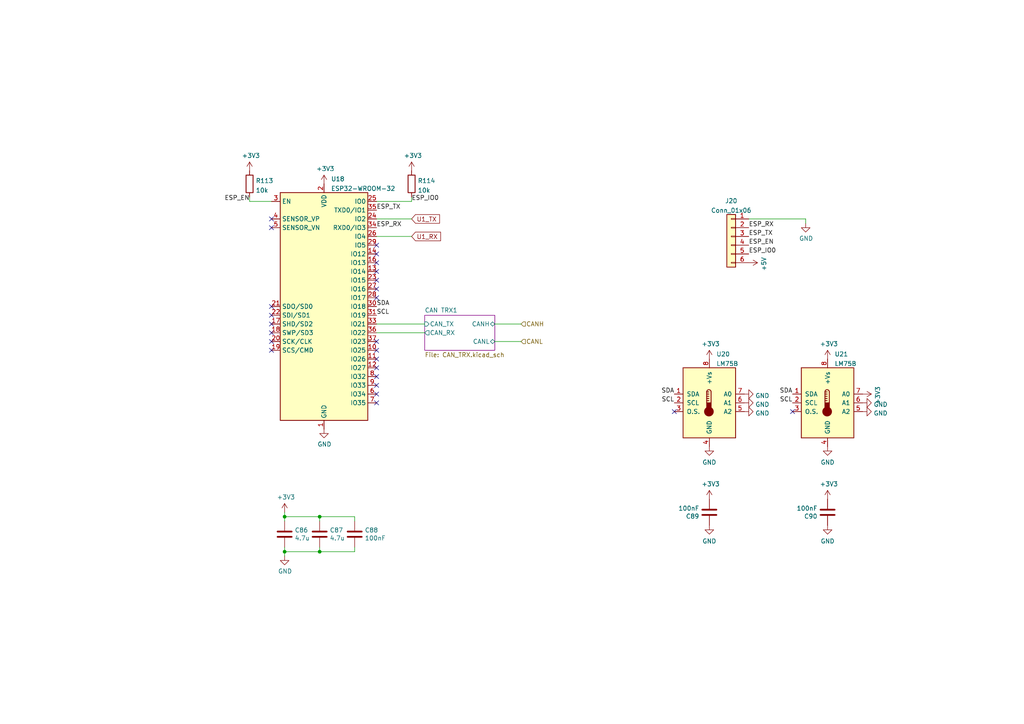
<source format=kicad_sch>
(kicad_sch (version 20211123) (generator eeschema)
  (paper "A4")
  (lib_symbols
    (symbol "Connector_Generic:Conn_01x06" (pin_names (offset 1.016) hide)
      (property "Reference" "J" (at 0 7.62 0))
      (property "Value" "Conn_01x06" (at 0 -10.16 0))
      (symbol "Conn_01x06_1_1"
        (rectangle (start -1.27 -7.493) (end 0 -7.747) (stroke (width 0.1524)))
        (rectangle (start -1.27 -4.953) (end 0 -5.207) (stroke (width 0.1524)))
        (rectangle (start -1.27 -2.413) (end 0 -2.667) (stroke (width 0.1524)))
        (rectangle (start -1.27 0.127) (end 0 -0.127) (stroke (width 0.1524)))
        (rectangle (start -1.27 2.667) (end 0 2.413) (stroke (width 0.1524)))
        (rectangle (start -1.27 5.207) (end 0 4.953) (stroke (width 0.1524)))
        (rectangle (start -1.27 6.35) (end 1.27 -8.89) (stroke (width 0.254)) (fill (type background)))
        (pin passive line (at -5.08 5.08 0) (length 3.81) (name "Pin_1") (number "1"))
        (pin passive line (at -5.08 2.54 0) (length 3.81) (name "Pin_2") (number "2"))
        (pin passive line (at -5.08 0 0) (length 3.81) (name "Pin_3") (number "3"))
        (pin passive line (at -5.08 -2.54 0) (length 3.81) (name "Pin_4") (number "4"))
        (pin passive line (at -5.08 -5.08 0) (length 3.81) (name "Pin_5") (number "5"))
        (pin passive line (at -5.08 -7.62 0) (length 3.81) (name "Pin_6") (number "6"))
      )
    )
    (symbol "Device:C" (pin_numbers hide) (pin_names (offset 0.254))
      (property "Reference" "C" (at 0.635 2.54 0))
      (property "Value" "C" (at 0.635 -2.54 0))
      (symbol "C_0_1"
        (polyline (pts (xy -2.032 -0.762) (xy 2.032 -0.762)) (stroke (width 0.508)))
        (polyline (pts (xy -2.032 0.762) (xy 2.032 0.762)) (stroke (width 0.508)))
      )
      (symbol "C_1_1"
        (pin passive line (at 0 3.81 270) (length 2.794) (name "~") (number "1"))
        (pin passive line (at 0 -3.81 90) (length 2.794) (name "~") (number "2"))
      )
    )
    (symbol "Device:R" (pin_numbers hide) (pin_names (offset 0))
      (property "Reference" "R" (at 2.032 0 90))
      (property "Value" "R" (at 0 0 90))
      (symbol "R_0_1"
        (rectangle (start -1.016 -2.54) (end 1.016 2.54) (stroke (width 0.254)))
      )
      (symbol "R_1_1"
        (pin passive line (at 0 3.81 270) (length 1.27) (name "~") (number "1"))
        (pin passive line (at 0 -3.81 90) (length 1.27) (name "~") (number "2"))
      )
    )
    (symbol "RF_Module:ESP32-WROOM-32"
      (property "Reference" "U" (at -12.7 34.29 0))
      (property "Value" "ESP32-WROOM-32" (at 1.27 34.29 0))
      (symbol "ESP32-WROOM-32_0_1"
        (rectangle (start -12.7 33.02) (end 12.7 -33.02) (stroke (width 0.254)) (fill (type background)))
      )
      (symbol "ESP32-WROOM-32_1_1"
        (pin power_in line (at 0 -35.56 90) (length 2.54) (name "GND") (number "1"))
        (pin bidirectional line (at 15.24 -12.7 180) (length 2.54) (name "IO25") (number "10"))
        (pin bidirectional line (at 15.24 -15.24 180) (length 2.54) (name "IO26") (number "11"))
        (pin bidirectional line (at 15.24 -17.78 180) (length 2.54) (name "IO27") (number "12"))
        (pin bidirectional line (at 15.24 10.16 180) (length 2.54) (name "IO14") (number "13"))
        (pin bidirectional line (at 15.24 15.24 180) (length 2.54) (name "IO12") (number "14"))
        (pin passive line (at 0 -35.56 90) (length 2.54) hide (name "GND") (number "15"))
        (pin bidirectional line (at 15.24 12.7 180) (length 2.54) (name "IO13") (number "16"))
        (pin bidirectional line (at -15.24 -5.08 0) (length 2.54) (name "SHD/SD2") (number "17"))
        (pin bidirectional line (at -15.24 -7.62 0) (length 2.54) (name "SWP/SD3") (number "18"))
        (pin bidirectional line (at -15.24 -12.7 0) (length 2.54) (name "SCS/CMD") (number "19"))
        (pin power_in line (at 0 35.56 270) (length 2.54) (name "VDD") (number "2"))
        (pin bidirectional line (at -15.24 -10.16 0) (length 2.54) (name "SCK/CLK") (number "20"))
        (pin bidirectional line (at -15.24 0 0) (length 2.54) (name "SDO/SD0") (number "21"))
        (pin bidirectional line (at -15.24 -2.54 0) (length 2.54) (name "SDI/SD1") (number "22"))
        (pin bidirectional line (at 15.24 7.62 180) (length 2.54) (name "IO15") (number "23"))
        (pin bidirectional line (at 15.24 25.4 180) (length 2.54) (name "IO2") (number "24"))
        (pin bidirectional line (at 15.24 30.48 180) (length 2.54) (name "IO0") (number "25"))
        (pin bidirectional line (at 15.24 20.32 180) (length 2.54) (name "IO4") (number "26"))
        (pin bidirectional line (at 15.24 5.08 180) (length 2.54) (name "IO16") (number "27"))
        (pin bidirectional line (at 15.24 2.54 180) (length 2.54) (name "IO17") (number "28"))
        (pin bidirectional line (at 15.24 17.78 180) (length 2.54) (name "IO5") (number "29"))
        (pin input line (at -15.24 30.48 0) (length 2.54) (name "EN") (number "3"))
        (pin bidirectional line (at 15.24 0 180) (length 2.54) (name "IO18") (number "30"))
        (pin bidirectional line (at 15.24 -2.54 180) (length 2.54) (name "IO19") (number "31"))
        (pin no_connect line (at -12.7 -27.94 0) (length 2.54) hide (name "NC") (number "32"))
        (pin bidirectional line (at 15.24 -5.08 180) (length 2.54) (name "IO21") (number "33"))
        (pin bidirectional line (at 15.24 22.86 180) (length 2.54) (name "RXD0/IO3") (number "34"))
        (pin bidirectional line (at 15.24 27.94 180) (length 2.54) (name "TXD0/IO1") (number "35"))
        (pin bidirectional line (at 15.24 -7.62 180) (length 2.54) (name "IO22") (number "36"))
        (pin bidirectional line (at 15.24 -10.16 180) (length 2.54) (name "IO23") (number "37"))
        (pin passive line (at 0 -35.56 90) (length 2.54) hide (name "GND") (number "38"))
        (pin passive line (at 0 -35.56 90) (length 2.54) hide (name "GND") (number "39"))
        (pin input line (at -15.24 25.4 0) (length 2.54) (name "SENSOR_VP") (number "4"))
        (pin input line (at -15.24 22.86 0) (length 2.54) (name "SENSOR_VN") (number "5"))
        (pin input line (at 15.24 -25.4 180) (length 2.54) (name "IO34") (number "6"))
        (pin input line (at 15.24 -27.94 180) (length 2.54) (name "IO35") (number "7"))
        (pin bidirectional line (at 15.24 -20.32 180) (length 2.54) (name "IO32") (number "8"))
        (pin bidirectional line (at 15.24 -22.86 180) (length 2.54) (name "IO33") (number "9"))
      )
    )
    (symbol "Sensor_Temperature:LM75B" (pin_names (offset 1.016))
      (property "Reference" "U" (at -6.35 11.43 0))
      (property "Value" "LM75B" (at 0 11.43 0))
      (symbol "LM75B_0_1"
        (rectangle (start -7.62 10.16) (end 7.62 -10.16) (stroke (width 0.254)) (fill (type background)))
        (circle (center -0.127 -2.54) (radius 1.27) (stroke (width 0.254)) (fill (type outline)))
        (polyline (pts (xy -0.762 0.635) (xy -0.127 0.635)) (stroke (width 0.254)))
        (polyline (pts (xy -0.762 1.27) (xy -0.127 1.27)) (stroke (width 0.254)))
        (polyline (pts (xy -0.762 1.905) (xy -0.127 1.905)) (stroke (width 0.254)))
        (polyline (pts (xy -0.762 2.54) (xy -0.127 2.54)) (stroke (width 0.254)))
        (polyline (pts (xy -0.762 3.175) (xy -0.762 0)) (stroke (width 0.254)))
        (polyline (pts (xy -0.762 3.175) (xy -0.127 3.175)) (stroke (width 0.254)))
        (polyline (pts (xy 0.508 3.175) (xy 0.508 0)) (stroke (width 0.254)))
        (rectangle (start 0.508 -1.905) (end -0.762 0) (stroke (width 0.254)) (fill (type outline)))
        (arc (start 0.508 3.175) (mid -0.127 3.81) (end -0.762 3.175) (stroke (width 0.254)))
      )
      (symbol "LM75B_1_1"
        (pin bidirectional line (at -10.16 2.54 0) (length 2.54) (name "SDA") (number "1"))
        (pin input line (at -10.16 0 0) (length 2.54) (name "SCL") (number "2"))
        (pin open_collector line (at -10.16 -2.54 0) (length 2.54) (name "O.S.") (number "3"))
        (pin power_in line (at 0 -12.7 90) (length 2.54) (name "GND") (number "4"))
        (pin input line (at 10.16 -2.54 180) (length 2.54) (name "A2") (number "5"))
        (pin input line (at 10.16 0 180) (length 2.54) (name "A1") (number "6"))
        (pin input line (at 10.16 2.54 180) (length 2.54) (name "A0") (number "7"))
        (pin power_in line (at 0 12.7 270) (length 2.54) (name "+Vs") (number "8"))
      )
    )
    (symbol "power:+3.3V" (power) (pin_names (offset 0))
      (property "Value" "+3.3V" (at 0 3.556 0))
      (symbol "+3.3V_0_1"
        (polyline (pts (xy -0.762 1.27) (xy 0 2.54)))
        (polyline (pts (xy 0 0) (xy 0 2.54)))
        (polyline (pts (xy 0 2.54) (xy 0.762 1.27)))
      )
      (symbol "+3.3V_1_1"
        (pin power_in line (at 0 0 90) (length 0) hide (name "+3V3") (number "1"))
      )
    )
    (symbol "power:+5V" (power) (pin_names (offset 0))
      (property "Value" "+5V" (at 0 3.556 0))
      (symbol "+5V_0_1"
        (polyline (pts (xy -0.762 1.27) (xy 0 2.54)))
        (polyline (pts (xy 0 0) (xy 0 2.54)))
        (polyline (pts (xy 0 2.54) (xy 0.762 1.27)))
      )
      (symbol "+5V_1_1"
        (pin power_in line (at 0 0 90) (length 0) hide (name "+5V") (number "1"))
      )
    )
    (symbol "power:GND" (power) (pin_names (offset 0))
      (property "Value" "GND" (at 0 -3.81 0))
      (symbol "GND_0_1"
        (polyline (pts (xy 0 0) (xy 0 -1.27) (xy 1.27 -1.27) (xy 0 -2.54) (xy -1.27 -1.27) (xy 0 -1.27)))
      )
      (symbol "GND_1_1"
        (pin power_in line (at 0 0 270) (length 0) hide (name "GND") (number "1"))
      )
    )
  )
  (junction (at 82.55 149.86))
  (junction (at 92.71 149.86))
  (junction (at 82.55 160.02))
  (junction (at 92.71 160.02))
  (no_connect (at 78.74 99.06))
  (no_connect (at 78.74 91.44))
  (no_connect (at 78.74 93.98))
  (no_connect (at 78.74 101.6))
  (no_connect (at 109.22 104.14))
  (no_connect (at 109.22 76.2))
  (no_connect (at 109.22 86.36))
  (no_connect (at 109.22 109.22))
  (no_connect (at 78.74 88.9))
  (no_connect (at 78.74 66.04))
  (no_connect (at 109.22 106.68))
  (no_connect (at 109.22 116.84))
  (no_connect (at 109.22 71.12))
  (no_connect (at 195.58 119.38))
  (no_connect (at 109.22 101.6))
  (no_connect (at 78.74 63.5))
  (no_connect (at 109.22 81.28))
  (no_connect (at 109.22 114.3))
  (no_connect (at 109.22 83.82))
  (no_connect (at 78.74 96.52))
  (no_connect (at 109.22 78.74))
  (no_connect (at 229.87 119.38))
  (no_connect (at 109.22 99.06))
  (no_connect (at 109.22 73.66))
  (no_connect (at 109.22 111.76))
  (wire (pts (xy 143.51 99.06) (xy 151.13 99.06)))
  (wire (pts (xy 82.55 160.02) (xy 82.55 161.29)))
  (wire (pts (xy 233.68 63.5) (xy 233.68 64.77)))
  (wire (pts (xy 102.87 160.02) (xy 102.87 158.75)))
  (wire (pts (xy 92.71 149.86) (xy 102.87 149.86)))
  (wire (pts (xy 109.22 63.5) (xy 119.38 63.5)))
  (wire (pts (xy 102.87 149.86) (xy 102.87 151.13)))
  (wire (pts (xy 119.38 58.42) (xy 109.22 58.42)))
  (wire (pts (xy 82.55 148.59) (xy 82.55 149.86)))
  (wire (pts (xy 92.71 160.02) (xy 102.87 160.02)))
  (wire (pts (xy 72.39 58.42) (xy 72.39 57.15)))
  (wire (pts (xy 82.55 149.86) (xy 82.55 151.13)))
  (wire (pts (xy 82.55 158.75) (xy 82.55 160.02)))
  (wire (pts (xy 109.22 68.58) (xy 119.38 68.58)))
  (wire (pts (xy 143.51 93.98) (xy 151.13 93.98)))
  (wire (pts (xy 92.71 149.86) (xy 92.71 151.13)))
  (wire (pts (xy 109.22 93.98) (xy 123.19 93.98)))
  (wire (pts (xy 119.38 57.15) (xy 119.38 58.42)))
  (wire (pts (xy 109.22 96.52) (xy 123.19 96.52)))
  (wire (pts (xy 78.74 58.42) (xy 72.39 58.42)))
  (wire (pts (xy 92.71 160.02) (xy 92.71 158.75)))
  (wire (pts (xy 233.68 63.5) (xy 217.17 63.5)))
  (wire (pts (xy 82.55 160.02) (xy 92.71 160.02)))
  (wire (pts (xy 82.55 149.86) (xy 92.71 149.86)))
  (label "SDA" (at 195.58 114.3 180))
  (label "ESP_TX" (at 109.22 60.96 0))
  (label "SDA" (at 109.22 88.9 0))
  (label "ESP_EN" (at 217.17 71.12 0))
  (label "SDA" (at 229.87 114.3 180))
  (label "ESP_RX" (at 109.22 66.04 0))
  (label "ESP_IO0" (at 119.38 58.42 0))
  (label "SCL" (at 195.58 116.84 180))
  (label "ESP_EN" (at 72.39 58.42 180))
  (label "ESP_TX" (at 217.17 68.58 0))
  (label "ESP_IO0" (at 217.17 73.66 0))
  (label "SCL" (at 229.87 116.84 180))
  (label "SCL" (at 109.22 91.44 0))
  (label "ESP_RX" (at 217.17 66.04 0))
  (global_label "U1_RX" (shape input) (at 119.38 68.58 0) (property "Intersheet References" "${INTERSHEET_REFS}" (effects hide)))
  (global_label "U1_TX" (shape input) (at 119.38 63.5 0) (property "Intersheet References" "${INTERSHEET_REFS}" (effects hide)))
  (hierarchical_label "CANL" (shape input) (at 151.13 99.06 0))
  (hierarchical_label "CANH" (shape input) (at 151.13 93.98 0))
  (symbol (lib_id "power:GND") (at 215.9 114.3 90) (unit 1)
    (property "Reference" "#PWR0187" (effects hide))
    (property "Value" "GND" (at 219.075 114.779 90) (effects (justify right)))
  )
  (symbol (lib_id "power:+5V") (at 217.17 76.2 270) (unit 1)
    (property "Reference" "#PWR0191" (effects hide))
    (property "Value" "+5V" (at 221.5642 76.581 0))
  )
  (symbol (lib_id "Sensor_Temperature:LM75B") (at 240.03 116.84 0) (unit 1)
    (property "Reference" "U21" (at 242.0494 102.7135 0) (effects (justify left)))
    (property "Value" "LM75B" (at 242.0494 105.4886 0) (effects (justify left)))
    (property "Footprint" "Package_SO:VSSOP-8_3.0x3.0mm_P0.65mm" (effects hide))
    (property "Datasheet" "http://www.ti.com/lit/ds/symlink/lm75b.pdf" (effects hide))
  )
  (symbol (lib_id "power:GND") (at 250.19 119.38 90) (unit 1)
    (property "Reference" "#PWR0184" (effects hide))
    (property "Value" "GND" (at 253.365 119.859 90) (effects (justify right)))
  )
  (symbol (lib_id "power:GND") (at 215.9 119.38 90) (unit 1)
    (property "Reference" "#PWR0185" (effects hide))
    (property "Value" "GND" (at 219.075 119.859 90) (effects (justify right)))
  )
  (symbol (lib_id "power:+3.3V") (at 240.03 144.78 0) (unit 1)
    (property "Reference" "#PWR0205" (effects hide))
    (property "Value" "+3.3V" (at 240.411 140.3858 0))
  )
  (symbol (lib_id "power:GND") (at 215.9 116.84 90) (unit 1)
    (property "Reference" "#PWR0188" (effects hide))
    (property "Value" "GND" (at 219.075 117.319 90) (effects (justify right)))
  )
  (symbol (lib_id "Device:C") (at 240.03 148.59 180) (unit 1)
    (property "Reference" "C90" (at 237.109 149.7584 0) (effects (justify left)))
    (property "Value" "100nF" (at 237.109 147.447 0) (effects (justify left)))
    (property "Footprint" "Capacitor_SMD:C_0603_1608Metric" (effects hide))
    (property "LCSC Part #" "C14663" (effects hide))
  )
  (symbol (lib_id "power:GND") (at 82.55 161.29 0) (unit 1)
    (property "Reference" "#PWR0178" (effects hide))
    (property "Value" "GND" (at 82.677 165.6842 0))
  )
  (symbol (lib_id "Device:R") (at 119.38 53.34 0) (unit 1)
    (property "Reference" "R114" (at 121.158 52.4315 0) (effects (justify left)))
    (property "Value" "10k" (at 121.158 55.2066 0) (effects (justify left)))
    (property "Footprint" "Resistor_SMD:R_0603_1608Metric" (effects hide))
  )
  (symbol (lib_id "power:+3.3V") (at 205.74 144.78 0) (unit 1)
    (property "Reference" "#PWR0204" (effects hide))
    (property "Value" "+3.3V" (at 206.121 140.3858 0))
  )
  (symbol (lib_id "power:+3.3V") (at 250.19 114.3 270) (unit 1)
    (property "Reference" "#PWR0181" (effects hide))
    (property "Value" "+3.3V" (at 254.5842 114.681 0))
  )
  (symbol (lib_id "Device:C") (at 102.87 154.94 0) (unit 1)
    (property "Reference" "C88" (at 105.791 153.7716 0) (effects (justify left)))
    (property "Value" "100nF" (at 105.791 156.083 0) (effects (justify left)))
    (property "Footprint" "Capacitor_SMD:C_0603_1608Metric" (effects hide))
    (property "LCSC Part #" "C14663" (effects hide))
  )
  (symbol (lib_id "power:GND") (at 250.19 116.84 90) (unit 1)
    (property "Reference" "#PWR0182" (effects hide))
    (property "Value" "GND" (at 253.365 117.319 90) (effects (justify right)))
  )
  (symbol (lib_id "Connector_Generic:Conn_01x06") (at 212.09 68.58 0) (mirror y) (unit 1)
    (property "Reference" "J20" (at 212.09 58.2635 0))
    (property "Value" "Conn_01x06" (at 212.09 61.0386 0))
    (property "Footprint" "Connector_JST:JST_XH_B6B-XH-A_1x06_P2.50mm_Vertical" (effects hide))
  )
  (symbol (lib_id "Device:R") (at 72.39 53.34 0) (unit 1)
    (property "Reference" "R113" (at 74.168 52.4315 0) (effects (justify left)))
    (property "Value" "10k" (at 74.168 55.2066 0) (effects (justify left)))
    (property "Footprint" "Resistor_SMD:R_0603_1608Metric" (effects hide))
  )
  (symbol (lib_id "power:+3.3V") (at 119.38 49.53 0) (unit 1)
    (property "Reference" "#PWR0176" (effects hide))
    (property "Value" "+3.3V" (at 119.761 45.1358 0))
  )
  (symbol (lib_id "power:GND") (at 233.68 64.77 0) (unit 1)
    (property "Reference" "#PWR0190" (effects hide))
    (property "Value" "GND" (at 233.807 69.1642 0))
  )
  (symbol (lib_id "Device:C") (at 82.55 154.94 0) (unit 1)
    (property "Reference" "C86" (at 85.471 153.7716 0) (effects (justify left)))
    (property "Value" "4.7u" (at 85.471 156.083 0) (effects (justify left)))
    (property "Footprint" "Capacitor_SMD:C_0805_2012Metric" (effects hide))
    (property "LCSC Part #" "C1779" (effects hide))
  )
  (symbol (lib_id "power:+3.3V") (at 82.55 148.59 0) (unit 1)
    (property "Reference" "#PWR0177" (effects hide))
    (property "Value" "+3.3V" (at 82.931 144.1958 0))
  )
  (symbol (lib_id "power:GND") (at 205.74 152.4 0) (unit 1)
    (property "Reference" "#PWR0179" (effects hide))
    (property "Value" "GND" (at 205.74 156.9625 0))
  )
  (symbol (lib_id "Device:C") (at 92.71 154.94 0) (unit 1)
    (property "Reference" "C87" (at 95.631 153.7716 0) (effects (justify left)))
    (property "Value" "4.7u" (at 95.631 156.083 0) (effects (justify left)))
    (property "Footprint" "Capacitor_SMD:C_0805_2012Metric" (effects hide))
    (property "LCSC Part #" "C1779" (effects hide))
  )
  (symbol (lib_id "power:+3.3V") (at 72.39 49.53 0) (unit 1)
    (property "Reference" "#PWR0114" (effects hide))
    (property "Value" "+3.3V" (at 72.771 45.1358 0))
  )
  (symbol (lib_id "power:GND") (at 240.03 129.54 0) (unit 1)
    (property "Reference" "#PWR0183" (effects hide))
    (property "Value" "GND" (at 240.03 134.1025 0))
  )
  (symbol (lib_id "power:GND") (at 240.03 152.4 0) (unit 1)
    (property "Reference" "#PWR0206" (effects hide))
    (property "Value" "GND" (at 240.03 156.9625 0))
  )
  (symbol (lib_id "power:+3.3V") (at 205.74 104.14 0) (unit 1)
    (property "Reference" "#PWR0189" (effects hide))
    (property "Value" "+3.3V" (at 206.121 99.7458 0))
  )
  (symbol (lib_id "Sensor_Temperature:LM75B") (at 205.74 116.84 0) (unit 1)
    (property "Reference" "U20" (at 207.7594 102.7135 0) (effects (justify left)))
    (property "Value" "LM75B" (at 207.7594 105.4886 0) (effects (justify left)))
    (property "Footprint" "Package_SO:VSSOP-8_3.0x3.0mm_P0.65mm" (effects hide))
    (property "Datasheet" "http://www.ti.com/lit/ds/symlink/lm75b.pdf" (effects hide))
  )
  (symbol (lib_id "power:GND") (at 93.98 124.46 0) (unit 1)
    (property "Reference" "#PWR0174" (effects hide))
    (property "Value" "GND" (at 94.107 128.8542 0))
  )
  (symbol (lib_id "Device:C") (at 205.74 148.59 180) (unit 1)
    (property "Reference" "C89" (at 202.819 149.7584 0) (effects (justify left)))
    (property "Value" "100nF" (at 202.819 147.447 0) (effects (justify left)))
    (property "Footprint" "Capacitor_SMD:C_0603_1608Metric" (effects hide))
    (property "LCSC Part #" "C14663" (effects hide))
  )
  (symbol (lib_id "RF_Module:ESP32-WROOM-32") (at 93.98 88.9 0) (unit 1)
    (property "Reference" "U18" (at 95.9994 51.9135 0) (effects (justify left)))
    (property "Value" "ESP32-WROOM-32" (at 95.9994 54.6886 0) (effects (justify left)))
    (property "Footprint" "RF_Module:ESP32-WROOM-32" (effects hide))
    (property "Datasheet" "https://www.espressif.com/sites/default/files/documentation/esp32-wroom-32_datasheet_en.pdf" (effects hide))
  )
  (symbol (lib_id "power:+3.3V") (at 93.98 53.34 0) (unit 1)
    (property "Reference" "#PWR0175" (effects hide))
    (property "Value" "+3.3V" (at 94.361 48.9458 0))
  )
  (symbol (lib_id "power:+3.3V") (at 240.03 104.14 0) (unit 1)
    (property "Reference" "#PWR0180" (effects hide))
    (property "Value" "+3.3V" (at 240.411 99.7458 0))
  )
  (symbol (lib_id "power:GND") (at 205.74 129.54 0) (unit 1)
    (property "Reference" "#PWR0186" (effects hide))
    (property "Value" "GND" (at 205.74 134.1025 0))
  )
  (sheet (at 123.19 91.44) (size 20.32 10.16) (stroke (width 0.1524) (color 132 0 132 1)) (fill (color 255 255 255 0.0000))
    (property "Sheet name" "CAN TRX1" (at 123.19 90.7284 0) (effects (justify left bottom)))
    (property "Sheet file" "CAN_TRX.kicad_sch" (at 123.19 102.1846 0) (effects (justify left top)))
    (pin "CANH" bidirectional (at 143.51 93.98 0))
    (pin "CANL" bidirectional (at 143.51 99.06 0))
    (pin "CAN_RX" output (at 123.19 96.52 180))
    (pin "CAN_TX" input (at 123.19 93.98 180))
  )
)
</source>
